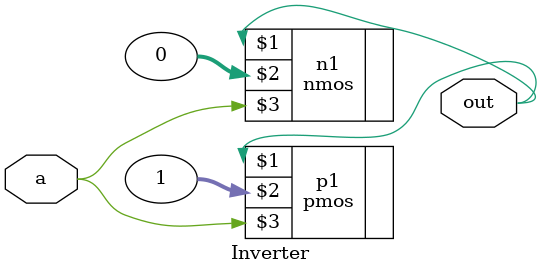
<source format=v>

module Inverter (a, out);

	input a;
	output out ;

	wire out;

	pmos p1(out, 1, a); //pmos	
	nmos n1(out, 0, a); //nmos


endmodule

</source>
